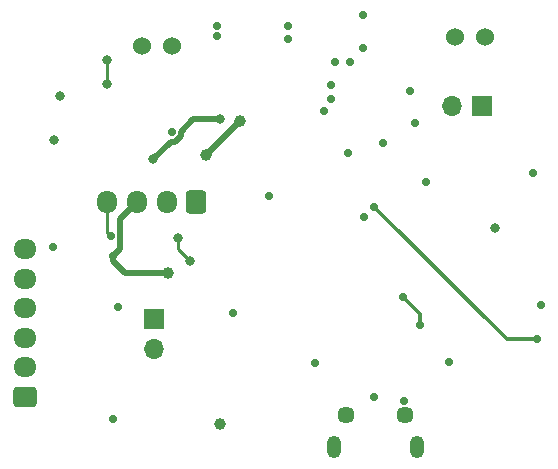
<source format=gbl>
G04 #@! TF.GenerationSoftware,KiCad,Pcbnew,8.0.2*
G04 #@! TF.CreationDate,2025-01-25T00:30:06-07:00*
G04 #@! TF.ProjectId,sdm25wheel,73646d32-3577-4686-9565-6c2e6b696361,v1.1*
G04 #@! TF.SameCoordinates,Original*
G04 #@! TF.FileFunction,Copper,L4,Bot*
G04 #@! TF.FilePolarity,Positive*
%FSLAX46Y46*%
G04 Gerber Fmt 4.6, Leading zero omitted, Abs format (unit mm)*
G04 Created by KiCad (PCBNEW 8.0.2) date 2025-01-25 00:30:06*
%MOMM*%
%LPD*%
G01*
G04 APERTURE LIST*
G04 Aperture macros list*
%AMRoundRect*
0 Rectangle with rounded corners*
0 $1 Rounding radius*
0 $2 $3 $4 $5 $6 $7 $8 $9 X,Y pos of 4 corners*
0 Add a 4 corners polygon primitive as box body*
4,1,4,$2,$3,$4,$5,$6,$7,$8,$9,$2,$3,0*
0 Add four circle primitives for the rounded corners*
1,1,$1+$1,$2,$3*
1,1,$1+$1,$4,$5*
1,1,$1+$1,$6,$7*
1,1,$1+$1,$8,$9*
0 Add four rect primitives between the rounded corners*
20,1,$1+$1,$2,$3,$4,$5,0*
20,1,$1+$1,$4,$5,$6,$7,0*
20,1,$1+$1,$6,$7,$8,$9,0*
20,1,$1+$1,$8,$9,$2,$3,0*%
G04 Aperture macros list end*
G04 #@! TA.AperFunction,ComponentPad*
%ADD10RoundRect,0.250000X0.725000X-0.600000X0.725000X0.600000X-0.725000X0.600000X-0.725000X-0.600000X0*%
G04 #@! TD*
G04 #@! TA.AperFunction,ComponentPad*
%ADD11O,1.950000X1.700000*%
G04 #@! TD*
G04 #@! TA.AperFunction,ComponentPad*
%ADD12C,1.524000*%
G04 #@! TD*
G04 #@! TA.AperFunction,ComponentPad*
%ADD13O,1.200000X1.900000*%
G04 #@! TD*
G04 #@! TA.AperFunction,ComponentPad*
%ADD14C,1.450000*%
G04 #@! TD*
G04 #@! TA.AperFunction,ComponentPad*
%ADD15RoundRect,0.250000X0.600000X0.725000X-0.600000X0.725000X-0.600000X-0.725000X0.600000X-0.725000X0*%
G04 #@! TD*
G04 #@! TA.AperFunction,ComponentPad*
%ADD16O,1.700000X1.950000*%
G04 #@! TD*
G04 #@! TA.AperFunction,ComponentPad*
%ADD17R,1.700000X1.700000*%
G04 #@! TD*
G04 #@! TA.AperFunction,ComponentPad*
%ADD18O,1.700000X1.700000*%
G04 #@! TD*
G04 #@! TA.AperFunction,ViaPad*
%ADD19C,1.000000*%
G04 #@! TD*
G04 #@! TA.AperFunction,ViaPad*
%ADD20C,0.700000*%
G04 #@! TD*
G04 #@! TA.AperFunction,ViaPad*
%ADD21C,0.800000*%
G04 #@! TD*
G04 #@! TA.AperFunction,Conductor*
%ADD22C,0.500000*%
G04 #@! TD*
G04 #@! TA.AperFunction,Conductor*
%ADD23C,0.300000*%
G04 #@! TD*
G04 #@! TA.AperFunction,Conductor*
%ADD24C,0.250000*%
G04 #@! TD*
G04 APERTURE END LIST*
D10*
X155500000Y-110000000D03*
D11*
X155500000Y-107500000D03*
X155500000Y-105000000D03*
X155500000Y-102500000D03*
X155500000Y-100000000D03*
X155500000Y-97500000D03*
D12*
X194440000Y-79500000D03*
X191900000Y-79500000D03*
X167970000Y-80270000D03*
X165430000Y-80270000D03*
D13*
X181700000Y-114200000D03*
D14*
X182700000Y-111500000D03*
X187700000Y-111500000D03*
D13*
X188700000Y-114200000D03*
D15*
X170000000Y-93500000D03*
D16*
X167500000Y-93500000D03*
X165000000Y-93500000D03*
X162500000Y-93500000D03*
D17*
X194175000Y-85400000D03*
D18*
X191635000Y-85400000D03*
D17*
X166400000Y-103360000D03*
D18*
X166400000Y-105900000D03*
D19*
X170800000Y-89500000D03*
X167600000Y-99500000D03*
X173700000Y-86600000D03*
D20*
X163000000Y-98100000D03*
X187500000Y-101500000D03*
X189000000Y-103900000D03*
X199200000Y-102200000D03*
X187600000Y-110300000D03*
D21*
X158500000Y-84500000D03*
D20*
X177800000Y-79668170D03*
D19*
X172000000Y-112300000D03*
D20*
X173100000Y-102900000D03*
X182900000Y-89300000D03*
X181800000Y-81668170D03*
D21*
X158000000Y-88250000D03*
D20*
X184100000Y-77668170D03*
X163000000Y-111900000D03*
X184200000Y-94800000D03*
D21*
X195300000Y-95700000D03*
D20*
X162800000Y-96400000D03*
X167920000Y-87600000D03*
X189500000Y-91800000D03*
X180800000Y-85800000D03*
X180100000Y-107100000D03*
X176200000Y-93000000D03*
X157900000Y-97300000D03*
X181400000Y-83568170D03*
X188500000Y-86800000D03*
X171800000Y-78568170D03*
X163400000Y-102400000D03*
X184100000Y-80468170D03*
X198500000Y-91000000D03*
X183000000Y-81668170D03*
X191400000Y-107000000D03*
X171800000Y-79468170D03*
X185800000Y-88500000D03*
X181400000Y-84768170D03*
X188100000Y-84100000D03*
X177800000Y-78568170D03*
X185100000Y-110000000D03*
X185100000Y-93900000D03*
X198900000Y-105100000D03*
D21*
X169500000Y-98500000D03*
X168500000Y-96500000D03*
X162500000Y-83500000D03*
X162500000Y-81500000D03*
X172000000Y-86500000D03*
X166386820Y-89891347D03*
D22*
X164000000Y-99500000D02*
X163000000Y-98500000D01*
D23*
X189000000Y-103900000D02*
X189000000Y-103000000D01*
D22*
X165000000Y-93500000D02*
X163600000Y-94900000D01*
X163600000Y-97500000D02*
X163600000Y-97200000D01*
D23*
X189000000Y-103000000D02*
X187500000Y-101500000D01*
D22*
X163600000Y-97500000D02*
X163000000Y-98100000D01*
X173700000Y-86600000D02*
X170800000Y-89500000D01*
X163600000Y-94900000D02*
X163600000Y-97500000D01*
X167600000Y-99500000D02*
X164000000Y-99500000D01*
X163000000Y-98500000D02*
X163000000Y-98100000D01*
D24*
X162500000Y-96100000D02*
X162800000Y-96400000D01*
X162500000Y-93500000D02*
X162500000Y-96100000D01*
D23*
X185100000Y-93900000D02*
X196300000Y-105100000D01*
X196300000Y-105100000D02*
X198900000Y-105100000D01*
D24*
X169500000Y-98500000D02*
X168500000Y-97500000D01*
X168500000Y-97500000D02*
X168500000Y-96500000D01*
X162500000Y-83500000D02*
X162500000Y-81500000D01*
D22*
X168720000Y-87931371D02*
X168251371Y-88400000D01*
X168720000Y-87558167D02*
X169778167Y-86500000D01*
X168251371Y-88400000D02*
X167878167Y-88400000D01*
X168720000Y-87558167D02*
X168720000Y-87931371D01*
X166386820Y-89891347D02*
X167878167Y-88400000D01*
X169778167Y-86500000D02*
X172000000Y-86500000D01*
M02*

</source>
